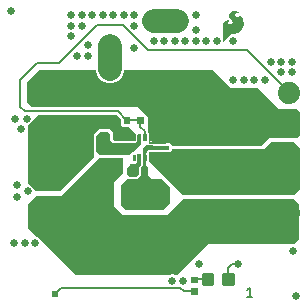
<source format=gtl>
G04 EAGLE Gerber RS-274X export*
G75*
%MOMM*%
%FSLAX34Y34*%
%LPD*%
%INTop Copper*%
%IPPOS*%
%AMOC8*
5,1,8,0,0,1.08239X$1,22.5*%
G01*
%ADD10C,0.127000*%
%ADD11C,0.635000*%
%ADD12R,2.032000X2.032000*%
%ADD13C,2.032000*%
%ADD14C,2.000000*%
%ADD15C,2.300000*%
%ADD16C,1.879600*%
%ADD17C,0.102000*%
%ADD18C,0.104000*%
%ADD19C,0.100000*%
%ADD20C,0.092500*%
%ADD21C,0.300000*%
%ADD22C,0.203200*%
%ADD23C,0.604000*%

G36*
X140520Y24389D02*
X140520Y24389D01*
X140551Y24387D01*
X140627Y24404D01*
X140771Y24425D01*
X140830Y24451D01*
X140878Y24462D01*
X141611Y24766D01*
X143885Y24766D01*
X144618Y24462D01*
X144648Y24454D01*
X144676Y24440D01*
X144753Y24427D01*
X144893Y24391D01*
X144958Y24393D01*
X145007Y24385D01*
X147320Y24385D01*
X147407Y24397D01*
X147494Y24400D01*
X147547Y24417D01*
X147602Y24425D01*
X147681Y24460D01*
X147765Y24487D01*
X147804Y24515D01*
X147861Y24541D01*
X147974Y24637D01*
X148038Y24682D01*
X173420Y50064D01*
X243526Y50064D01*
X243556Y50068D01*
X243587Y50066D01*
X243664Y50084D01*
X243807Y50104D01*
X243866Y50130D01*
X243914Y50141D01*
X243973Y50166D01*
X245491Y50166D01*
X245578Y50178D01*
X245665Y50181D01*
X245718Y50198D01*
X245772Y50206D01*
X245852Y50241D01*
X245936Y50268D01*
X245975Y50296D01*
X246032Y50322D01*
X246145Y50418D01*
X246209Y50463D01*
X250146Y54400D01*
X250198Y54470D01*
X250258Y54534D01*
X250284Y54583D01*
X250317Y54627D01*
X250348Y54709D01*
X250388Y54787D01*
X250396Y54835D01*
X250418Y54893D01*
X250430Y55041D01*
X250443Y55118D01*
X250443Y83312D01*
X250436Y83363D01*
X250437Y83386D01*
X250431Y83408D01*
X250428Y83486D01*
X250411Y83539D01*
X250403Y83593D01*
X250368Y83673D01*
X250341Y83757D01*
X250313Y83796D01*
X250287Y83853D01*
X250191Y83966D01*
X250146Y84030D01*
X245828Y88348D01*
X245758Y88400D01*
X245694Y88460D01*
X245645Y88486D01*
X245601Y88519D01*
X245519Y88550D01*
X245441Y88590D01*
X245394Y88598D01*
X245335Y88620D01*
X245187Y88632D01*
X245110Y88645D01*
X152400Y88645D01*
X152313Y88633D01*
X152226Y88630D01*
X152173Y88613D01*
X152119Y88605D01*
X152039Y88570D01*
X151955Y88543D01*
X151916Y88515D01*
X151859Y88489D01*
X151746Y88393D01*
X151682Y88348D01*
X138010Y74675D01*
X100751Y74675D01*
X93725Y81701D01*
X93725Y102450D01*
X101048Y109772D01*
X101100Y109842D01*
X101160Y109906D01*
X101186Y109955D01*
X101219Y109999D01*
X101250Y110081D01*
X101290Y110159D01*
X101298Y110207D01*
X101320Y110265D01*
X101332Y110413D01*
X101345Y110490D01*
X101345Y122199D01*
X101337Y122257D01*
X101339Y122316D01*
X101317Y122397D01*
X101305Y122481D01*
X101282Y122534D01*
X101267Y122591D01*
X101224Y122663D01*
X101189Y122740D01*
X101151Y122785D01*
X101122Y122835D01*
X101060Y122893D01*
X101006Y122957D01*
X100957Y122990D01*
X100914Y123030D01*
X100839Y123068D01*
X100769Y123115D01*
X100713Y123133D01*
X100661Y123159D01*
X100593Y123171D01*
X100498Y123201D01*
X100398Y123203D01*
X100330Y123215D01*
X81559Y123215D01*
X81473Y123202D01*
X81385Y123200D01*
X81333Y123183D01*
X81278Y123175D01*
X81198Y123139D01*
X81115Y123112D01*
X81076Y123084D01*
X81019Y123059D01*
X80905Y122963D01*
X80842Y122917D01*
X49110Y91185D01*
X27940Y91185D01*
X27853Y91173D01*
X27766Y91170D01*
X27713Y91153D01*
X27659Y91145D01*
X27579Y91110D01*
X27495Y91083D01*
X27456Y91055D01*
X27399Y91029D01*
X27286Y90933D01*
X27222Y90888D01*
X20872Y84538D01*
X20820Y84468D01*
X20760Y84404D01*
X20734Y84355D01*
X20701Y84311D01*
X20670Y84229D01*
X20630Y84151D01*
X20622Y84104D01*
X20600Y84045D01*
X20588Y83897D01*
X20575Y83820D01*
X20575Y64770D01*
X20587Y64683D01*
X20590Y64596D01*
X20607Y64543D01*
X20615Y64489D01*
X20650Y64409D01*
X20677Y64325D01*
X20705Y64286D01*
X20731Y64229D01*
X20827Y64116D01*
X20872Y64052D01*
X28691Y56233D01*
X28716Y56215D01*
X28736Y56191D01*
X28802Y56149D01*
X28918Y56062D01*
X28979Y56039D01*
X29020Y56013D01*
X29908Y55646D01*
X31516Y54038D01*
X31883Y53150D01*
X31899Y53124D01*
X31908Y53094D01*
X31954Y53030D01*
X32028Y52906D01*
X32074Y52861D01*
X32103Y52821D01*
X60242Y24682D01*
X60312Y24630D01*
X60376Y24570D01*
X60425Y24544D01*
X60469Y24511D01*
X60551Y24480D01*
X60629Y24440D01*
X60677Y24432D01*
X60735Y24410D01*
X60883Y24398D01*
X60960Y24385D01*
X140489Y24385D01*
X140520Y24389D01*
G37*
G36*
X218527Y133617D02*
X218527Y133617D01*
X218614Y133620D01*
X218667Y133637D01*
X218722Y133645D01*
X218801Y133680D01*
X218885Y133707D01*
X218924Y133735D01*
X218981Y133761D01*
X219094Y133857D01*
X219158Y133902D01*
X225211Y139955D01*
X247650Y139955D01*
X247737Y139967D01*
X247824Y139970D01*
X247877Y139987D01*
X247932Y139995D01*
X248011Y140030D01*
X248095Y140057D01*
X248134Y140085D01*
X248191Y140111D01*
X248304Y140207D01*
X248368Y140252D01*
X250654Y142538D01*
X250706Y142608D01*
X250766Y142672D01*
X250792Y142721D01*
X250825Y142765D01*
X250856Y142847D01*
X250896Y142925D01*
X250904Y142973D01*
X250926Y143031D01*
X250938Y143179D01*
X250951Y143256D01*
X250951Y161544D01*
X250939Y161631D01*
X250936Y161718D01*
X250919Y161771D01*
X250911Y161825D01*
X250876Y161905D01*
X250849Y161989D01*
X250821Y162028D01*
X250795Y162085D01*
X250699Y162198D01*
X250654Y162262D01*
X248368Y164548D01*
X248298Y164600D01*
X248234Y164660D01*
X248185Y164686D01*
X248141Y164719D01*
X248059Y164750D01*
X247981Y164790D01*
X247934Y164798D01*
X247875Y164820D01*
X247727Y164832D01*
X247650Y164845D01*
X232831Y164845D01*
X215348Y182328D01*
X215278Y182380D01*
X215214Y182440D01*
X215165Y182466D01*
X215121Y182499D01*
X215039Y182530D01*
X214961Y182570D01*
X214914Y182578D01*
X214855Y182600D01*
X214707Y182612D01*
X214630Y182625D01*
X192191Y182625D01*
X177248Y197568D01*
X177178Y197620D01*
X177114Y197680D01*
X177065Y197706D01*
X177021Y197739D01*
X176939Y197770D01*
X176861Y197810D01*
X176814Y197818D01*
X176755Y197840D01*
X176607Y197852D01*
X176530Y197865D01*
X103218Y197865D01*
X103160Y197857D01*
X103102Y197859D01*
X103020Y197837D01*
X102936Y197825D01*
X102883Y197802D01*
X102827Y197787D01*
X102754Y197744D01*
X102677Y197709D01*
X102632Y197671D01*
X102582Y197642D01*
X102524Y197580D01*
X102460Y197526D01*
X102428Y197477D01*
X102388Y197434D01*
X102349Y197359D01*
X102302Y197289D01*
X102285Y197233D01*
X102258Y197181D01*
X102247Y197113D01*
X102217Y197018D01*
X102214Y196918D01*
X102203Y196850D01*
X102203Y195887D01*
X100371Y191464D01*
X96986Y188079D01*
X92563Y186247D01*
X87777Y186247D01*
X83354Y188079D01*
X79969Y191464D01*
X78137Y195887D01*
X78137Y196850D01*
X78129Y196908D01*
X78131Y196966D01*
X78109Y197048D01*
X78097Y197132D01*
X78074Y197185D01*
X78059Y197241D01*
X78016Y197314D01*
X77981Y197391D01*
X77943Y197436D01*
X77914Y197486D01*
X77852Y197544D01*
X77798Y197608D01*
X77749Y197640D01*
X77706Y197680D01*
X77631Y197719D01*
X77561Y197766D01*
X77505Y197783D01*
X77453Y197810D01*
X77385Y197821D01*
X77290Y197851D01*
X77190Y197854D01*
X77122Y197865D01*
X30480Y197865D01*
X30393Y197853D01*
X30306Y197850D01*
X30253Y197833D01*
X30199Y197825D01*
X30119Y197790D01*
X30035Y197763D01*
X29996Y197735D01*
X29939Y197709D01*
X29826Y197613D01*
X29762Y197568D01*
X19882Y187687D01*
X19829Y187618D01*
X19769Y187554D01*
X19744Y187504D01*
X19711Y187460D01*
X19680Y187378D01*
X19640Y187300D01*
X19632Y187253D01*
X19609Y187194D01*
X19597Y187047D01*
X19584Y186969D01*
X19584Y170840D01*
X19596Y170754D01*
X19599Y170666D01*
X19616Y170614D01*
X19624Y170559D01*
X19660Y170479D01*
X19687Y170396D01*
X19715Y170357D01*
X19740Y170299D01*
X19836Y170186D01*
X19882Y170123D01*
X23666Y166338D01*
X23736Y166285D01*
X23800Y166225D01*
X23849Y166200D01*
X23893Y166167D01*
X23975Y166136D01*
X24053Y166096D01*
X24100Y166088D01*
X24159Y166066D01*
X24307Y166054D01*
X24384Y166041D01*
X113651Y166041D01*
X122581Y157110D01*
X122581Y144935D01*
X122593Y144849D01*
X122596Y144761D01*
X122613Y144709D01*
X122621Y144654D01*
X122657Y144574D01*
X122684Y144491D01*
X122712Y144452D01*
X122737Y144394D01*
X122833Y144281D01*
X122879Y144217D01*
X122973Y144123D01*
X122973Y140172D01*
X122985Y140085D01*
X122988Y139998D01*
X123005Y139945D01*
X123013Y139891D01*
X123048Y139811D01*
X123075Y139727D01*
X123103Y139688D01*
X123129Y139631D01*
X123225Y139518D01*
X123270Y139454D01*
X126314Y136410D01*
X126384Y136358D01*
X126448Y136298D01*
X126497Y136272D01*
X126541Y136239D01*
X126623Y136208D01*
X126701Y136168D01*
X126749Y136160D01*
X126807Y136138D01*
X126955Y136126D01*
X127032Y136113D01*
X140289Y136113D01*
X141773Y134629D01*
X141773Y134620D01*
X141781Y134562D01*
X141779Y134504D01*
X141801Y134422D01*
X141813Y134339D01*
X141836Y134285D01*
X141851Y134229D01*
X141894Y134156D01*
X141929Y134079D01*
X141967Y134034D01*
X141996Y133984D01*
X142058Y133926D01*
X142112Y133862D01*
X142161Y133830D01*
X142204Y133790D01*
X142279Y133751D01*
X142349Y133705D01*
X142405Y133687D01*
X142457Y133660D01*
X142525Y133649D01*
X142620Y133619D01*
X142720Y133616D01*
X142788Y133605D01*
X218440Y133605D01*
X218527Y133617D01*
G37*
G36*
X245197Y91707D02*
X245197Y91707D01*
X245284Y91710D01*
X245337Y91727D01*
X245392Y91735D01*
X245471Y91770D01*
X245555Y91797D01*
X245594Y91825D01*
X245651Y91851D01*
X245764Y91947D01*
X245828Y91992D01*
X250654Y96818D01*
X250706Y96888D01*
X250766Y96952D01*
X250792Y97001D01*
X250825Y97045D01*
X250856Y97127D01*
X250896Y97205D01*
X250904Y97253D01*
X250926Y97311D01*
X250938Y97459D01*
X250951Y97536D01*
X250951Y131064D01*
X250939Y131151D01*
X250936Y131238D01*
X250919Y131291D01*
X250911Y131345D01*
X250876Y131425D01*
X250849Y131509D01*
X250821Y131548D01*
X250795Y131605D01*
X250699Y131718D01*
X250654Y131782D01*
X245828Y136608D01*
X245758Y136660D01*
X245694Y136720D01*
X245645Y136746D01*
X245601Y136779D01*
X245519Y136810D01*
X245441Y136850D01*
X245394Y136858D01*
X245335Y136880D01*
X245187Y136892D01*
X245110Y136905D01*
X227330Y136905D01*
X227243Y136893D01*
X227156Y136890D01*
X227103Y136873D01*
X227049Y136865D01*
X226969Y136830D01*
X226885Y136803D01*
X226846Y136775D01*
X226789Y136749D01*
X226676Y136653D01*
X226612Y136608D01*
X220560Y130555D01*
X143510Y130555D01*
X143423Y130543D01*
X143336Y130540D01*
X143283Y130523D01*
X143229Y130515D01*
X143149Y130480D01*
X143065Y130453D01*
X143026Y130425D01*
X142969Y130399D01*
X142856Y130303D01*
X142792Y130258D01*
X141094Y128560D01*
X141062Y128559D01*
X141010Y128542D01*
X140955Y128534D01*
X140875Y128498D01*
X140792Y128472D01*
X140753Y128444D01*
X140695Y128418D01*
X140582Y128322D01*
X140518Y128277D01*
X140289Y128047D01*
X125439Y128047D01*
X125352Y128035D01*
X125265Y128032D01*
X125212Y128015D01*
X125157Y128007D01*
X125077Y127972D01*
X124994Y127945D01*
X124955Y127917D01*
X124898Y127891D01*
X124785Y127795D01*
X124721Y127750D01*
X123285Y126314D01*
X123232Y126244D01*
X123172Y126180D01*
X123147Y126131D01*
X123114Y126087D01*
X123083Y126005D01*
X123043Y125927D01*
X123035Y125880D01*
X123013Y125821D01*
X123001Y125673D01*
X122988Y125596D01*
X122988Y121107D01*
X122995Y121054D01*
X122994Y121021D01*
X123001Y120996D01*
X123003Y120933D01*
X123020Y120881D01*
X123027Y120826D01*
X123063Y120746D01*
X123090Y120663D01*
X123118Y120623D01*
X123144Y120566D01*
X123240Y120453D01*
X123285Y120389D01*
X151682Y91992D01*
X151752Y91940D01*
X151816Y91880D01*
X151865Y91854D01*
X151909Y91821D01*
X151991Y91790D01*
X152069Y91750D01*
X152117Y91742D01*
X152175Y91720D01*
X152323Y91708D01*
X152400Y91695D01*
X245110Y91695D01*
X245197Y91707D01*
G37*
G36*
X47534Y94831D02*
X47534Y94831D01*
X47621Y94834D01*
X47674Y94851D01*
X47729Y94859D01*
X47809Y94895D01*
X47892Y94921D01*
X47931Y94949D01*
X47988Y94975D01*
X48101Y95071D01*
X48165Y95116D01*
X75927Y122879D01*
X75980Y122948D01*
X76040Y123012D01*
X76065Y123062D01*
X76098Y123106D01*
X76129Y123187D01*
X76169Y123265D01*
X76177Y123313D01*
X76199Y123371D01*
X76212Y123519D01*
X76225Y123596D01*
X76225Y143369D01*
X80430Y147575D01*
X89750Y147575D01*
X92431Y144893D01*
X92431Y139573D01*
X92444Y139486D01*
X92446Y139399D01*
X92463Y139346D01*
X92471Y139292D01*
X92507Y139212D01*
X92534Y139128D01*
X92562Y139089D01*
X92587Y139032D01*
X92683Y138919D01*
X92729Y138855D01*
X93719Y137865D01*
X93789Y137812D01*
X93853Y137752D01*
X93902Y137727D01*
X93947Y137694D01*
X94028Y137663D01*
X94106Y137623D01*
X94154Y137615D01*
X94212Y137592D01*
X94360Y137580D01*
X94437Y137567D01*
X110392Y137567D01*
X110450Y137575D01*
X110508Y137574D01*
X110590Y137595D01*
X110674Y137607D01*
X110727Y137631D01*
X110783Y137646D01*
X110856Y137689D01*
X110933Y137723D01*
X110978Y137761D01*
X111028Y137791D01*
X111086Y137852D01*
X111150Y137907D01*
X111182Y137956D01*
X111222Y137998D01*
X111261Y138073D01*
X111308Y138144D01*
X111325Y138199D01*
X111352Y138251D01*
X111363Y138319D01*
X111393Y138415D01*
X111396Y138514D01*
X111407Y138582D01*
X111407Y143837D01*
X111395Y143923D01*
X111392Y144011D01*
X111375Y144063D01*
X111367Y144118D01*
X111332Y144198D01*
X111305Y144281D01*
X111277Y144320D01*
X111251Y144377D01*
X111155Y144491D01*
X111110Y144554D01*
X106357Y149308D01*
X106287Y149360D01*
X106223Y149420D01*
X106174Y149446D01*
X106129Y149479D01*
X106048Y149510D01*
X105970Y149550D01*
X105922Y149558D01*
X105864Y149580D01*
X105716Y149592D01*
X105639Y149605D01*
X100751Y149605D01*
X99947Y150408D01*
X99945Y150412D01*
X99919Y150469D01*
X99823Y150582D01*
X99778Y150646D01*
X99027Y151397D01*
X99027Y155744D01*
X99019Y155800D01*
X99021Y155850D01*
X99014Y155877D01*
X99012Y155918D01*
X98995Y155970D01*
X98987Y156025D01*
X98958Y156092D01*
X98949Y156125D01*
X98941Y156139D01*
X98925Y156188D01*
X98897Y156227D01*
X98871Y156284D01*
X98814Y156352D01*
X98804Y156370D01*
X98781Y156391D01*
X98775Y156398D01*
X98730Y156461D01*
X95977Y159214D01*
X95908Y159266D01*
X95844Y159326D01*
X95794Y159352D01*
X95750Y159385D01*
X95669Y159416D01*
X95591Y159456D01*
X95543Y159464D01*
X95485Y159486D01*
X95337Y159498D01*
X95260Y159511D01*
X30226Y159511D01*
X30139Y159499D01*
X30052Y159496D01*
X29999Y159479D01*
X29945Y159471D01*
X29865Y159436D01*
X29781Y159409D01*
X29742Y159381D01*
X29685Y159355D01*
X29572Y159259D01*
X29508Y159214D01*
X20872Y150578D01*
X20820Y150508D01*
X20760Y150444D01*
X20734Y150395D01*
X20701Y150351D01*
X20670Y150269D01*
X20630Y150191D01*
X20622Y150144D01*
X20600Y150085D01*
X20588Y149937D01*
X20575Y149860D01*
X20575Y102362D01*
X20587Y102275D01*
X20590Y102188D01*
X20607Y102135D01*
X20615Y102081D01*
X20650Y102001D01*
X20677Y101917D01*
X20705Y101878D01*
X20731Y101821D01*
X20827Y101708D01*
X20872Y101644D01*
X27400Y95116D01*
X27470Y95064D01*
X27534Y95004D01*
X27583Y94979D01*
X27627Y94945D01*
X27709Y94914D01*
X27787Y94874D01*
X27834Y94866D01*
X27893Y94844D01*
X28040Y94832D01*
X28118Y94819D01*
X47447Y94819D01*
X47534Y94831D01*
G37*
G36*
X134707Y79007D02*
X134707Y79007D01*
X134794Y79010D01*
X134847Y79027D01*
X134902Y79035D01*
X134981Y79070D01*
X135065Y79097D01*
X135104Y79125D01*
X135161Y79151D01*
X135274Y79247D01*
X135338Y79292D01*
X140418Y84372D01*
X140434Y84394D01*
X140454Y84411D01*
X140486Y84459D01*
X140530Y84506D01*
X140556Y84555D01*
X140589Y84599D01*
X140601Y84631D01*
X140612Y84647D01*
X140626Y84694D01*
X140660Y84759D01*
X140668Y84807D01*
X140690Y84865D01*
X140693Y84905D01*
X140698Y84918D01*
X140699Y84972D01*
X140702Y85013D01*
X140715Y85090D01*
X140715Y98400D01*
X140703Y98486D01*
X140700Y98574D01*
X140683Y98626D01*
X140675Y98681D01*
X140640Y98761D01*
X140613Y98844D01*
X140585Y98883D01*
X140559Y98941D01*
X140463Y99054D01*
X140418Y99117D01*
X134677Y104858D01*
X134608Y104910D01*
X134544Y104970D01*
X134494Y104996D01*
X134450Y105029D01*
X134369Y105060D01*
X134291Y105100D01*
X134243Y105108D01*
X134185Y105130D01*
X134037Y105142D01*
X133960Y105155D01*
X125947Y105155D01*
X122326Y108777D01*
X122326Y114910D01*
X122313Y114996D01*
X122311Y115084D01*
X122294Y115136D01*
X122286Y115191D01*
X122250Y115271D01*
X122223Y115354D01*
X122195Y115393D01*
X122170Y115451D01*
X122074Y115564D01*
X122028Y115627D01*
X120954Y116702D01*
X120954Y126878D01*
X120984Y126910D01*
X121010Y126960D01*
X121043Y127004D01*
X121074Y127086D01*
X121114Y127164D01*
X121122Y127211D01*
X121144Y127270D01*
X121156Y127417D01*
X121169Y127495D01*
X121169Y128802D01*
X122218Y129851D01*
X123525Y129851D01*
X123612Y129863D01*
X123699Y129866D01*
X123752Y129883D01*
X123807Y129891D01*
X123887Y129926D01*
X123970Y129953D01*
X124009Y129981D01*
X124066Y130007D01*
X124176Y130100D01*
X127298Y130100D01*
X127327Y130104D01*
X127356Y130101D01*
X127467Y130124D01*
X127579Y130139D01*
X127606Y130151D01*
X127635Y130157D01*
X127736Y130209D01*
X127839Y130256D01*
X127861Y130275D01*
X127887Y130288D01*
X127969Y130366D01*
X128056Y130439D01*
X128072Y130464D01*
X128093Y130484D01*
X128150Y130581D01*
X128213Y130676D01*
X128222Y130704D01*
X128237Y130729D01*
X128265Y130839D01*
X128299Y130947D01*
X128300Y130976D01*
X128307Y131005D01*
X128304Y131118D01*
X128306Y131231D01*
X128299Y131260D01*
X128298Y131289D01*
X128263Y131397D01*
X128235Y131506D01*
X128220Y131531D01*
X128211Y131559D01*
X128165Y131623D01*
X128089Y131751D01*
X128044Y131793D01*
X128016Y131833D01*
X126194Y133654D01*
X126111Y133738D01*
X126041Y133790D01*
X125977Y133850D01*
X125928Y133875D01*
X125884Y133909D01*
X125802Y133940D01*
X125724Y133980D01*
X125676Y133988D01*
X125618Y134010D01*
X125470Y134022D01*
X125393Y134035D01*
X121590Y134035D01*
X121503Y134023D01*
X121416Y134020D01*
X121363Y134003D01*
X121308Y133995D01*
X121229Y133959D01*
X121145Y133933D01*
X121106Y133905D01*
X121049Y133879D01*
X120936Y133783D01*
X120872Y133738D01*
X118281Y131147D01*
X118229Y131077D01*
X118169Y131013D01*
X118143Y130964D01*
X118110Y130920D01*
X118079Y130838D01*
X118039Y130760D01*
X118031Y130713D01*
X118009Y130654D01*
X117997Y130506D01*
X117984Y130429D01*
X117984Y116880D01*
X116605Y115500D01*
X116552Y115431D01*
X116492Y115367D01*
X116467Y115317D01*
X116434Y115273D01*
X116403Y115192D01*
X116363Y115114D01*
X116355Y115066D01*
X116333Y115008D01*
X116320Y114860D01*
X116307Y114783D01*
X116307Y108498D01*
X112965Y105155D01*
X104800Y105155D01*
X104714Y105143D01*
X104626Y105140D01*
X104574Y105123D01*
X104519Y105115D01*
X104439Y105080D01*
X104356Y105053D01*
X104317Y105025D01*
X104259Y104999D01*
X104146Y104903D01*
X104083Y104858D01*
X99612Y100388D01*
X99560Y100318D01*
X99500Y100254D01*
X99474Y100204D01*
X99441Y100160D01*
X99410Y100079D01*
X99370Y100001D01*
X99362Y99953D01*
X99340Y99895D01*
X99328Y99747D01*
X99315Y99670D01*
X99315Y83820D01*
X99327Y83733D01*
X99330Y83646D01*
X99347Y83593D01*
X99355Y83539D01*
X99390Y83459D01*
X99417Y83375D01*
X99445Y83336D01*
X99471Y83279D01*
X99567Y83166D01*
X99612Y83102D01*
X103422Y79292D01*
X103492Y79240D01*
X103556Y79180D01*
X103605Y79154D01*
X103649Y79121D01*
X103731Y79090D01*
X103809Y79050D01*
X103857Y79042D01*
X103915Y79020D01*
X104063Y79008D01*
X104140Y78995D01*
X134620Y78995D01*
X134707Y79007D01*
G37*
G36*
X106712Y125993D02*
X106712Y125993D01*
X106770Y125991D01*
X106852Y126013D01*
X106936Y126025D01*
X106989Y126049D01*
X107045Y126063D01*
X107118Y126106D01*
X107195Y126141D01*
X107240Y126179D01*
X107290Y126209D01*
X107348Y126270D01*
X107412Y126325D01*
X107444Y126373D01*
X107484Y126416D01*
X107523Y126491D01*
X107570Y126561D01*
X107587Y126617D01*
X107614Y126669D01*
X107625Y126737D01*
X107637Y126776D01*
X108731Y127869D01*
X108773Y127883D01*
X108827Y127891D01*
X108907Y127926D01*
X108991Y127953D01*
X109030Y127981D01*
X109087Y128007D01*
X109200Y128103D01*
X109264Y128148D01*
X116288Y135172D01*
X116340Y135242D01*
X116400Y135306D01*
X116426Y135355D01*
X116459Y135399D01*
X116490Y135481D01*
X116530Y135559D01*
X116538Y135607D01*
X116560Y135665D01*
X116572Y135813D01*
X116585Y135890D01*
X116585Y142240D01*
X116577Y142296D01*
X116579Y142345D01*
X116578Y142346D01*
X116579Y142356D01*
X116557Y142438D01*
X116545Y142522D01*
X116522Y142575D01*
X116507Y142631D01*
X116464Y142704D01*
X116429Y142781D01*
X116391Y142826D01*
X116362Y142876D01*
X116300Y142934D01*
X116246Y142998D01*
X116197Y143030D01*
X116154Y143070D01*
X116079Y143109D01*
X116009Y143156D01*
X115953Y143173D01*
X115901Y143200D01*
X115833Y143211D01*
X115738Y143241D01*
X115638Y143244D01*
X115570Y143255D01*
X114300Y143255D01*
X114242Y143247D01*
X114184Y143249D01*
X114102Y143227D01*
X114019Y143215D01*
X113965Y143192D01*
X113909Y143177D01*
X113836Y143134D01*
X113759Y143099D01*
X113714Y143061D01*
X113664Y143032D01*
X113606Y142970D01*
X113542Y142916D01*
X113510Y142867D01*
X113470Y142824D01*
X113431Y142749D01*
X113385Y142679D01*
X113367Y142623D01*
X113340Y142571D01*
X113329Y142503D01*
X113299Y142408D01*
X113296Y142308D01*
X113285Y142240D01*
X113285Y137453D01*
X113266Y137417D01*
X113264Y137406D01*
X112108Y136249D01*
X112073Y136234D01*
X111989Y136207D01*
X111950Y136179D01*
X111893Y136153D01*
X111780Y136057D01*
X111716Y136012D01*
X111441Y135737D01*
X93029Y135737D01*
X90144Y138622D01*
X90144Y142443D01*
X90132Y142530D01*
X90129Y142617D01*
X90112Y142670D01*
X90104Y142725D01*
X90068Y142805D01*
X90041Y142888D01*
X90013Y142927D01*
X89988Y142984D01*
X89892Y143097D01*
X89846Y143161D01*
X88170Y144837D01*
X88100Y144890D01*
X88036Y144950D01*
X87987Y144975D01*
X87943Y145008D01*
X87861Y145040D01*
X87783Y145079D01*
X87736Y145087D01*
X87677Y145110D01*
X87530Y145122D01*
X87452Y145135D01*
X82448Y145135D01*
X82362Y145123D01*
X82274Y145120D01*
X82222Y145103D01*
X82167Y145095D01*
X82087Y145059D01*
X82004Y145032D01*
X81965Y145004D01*
X81908Y144979D01*
X81794Y144883D01*
X81731Y144837D01*
X78962Y142069D01*
X78909Y141999D01*
X78849Y141935D01*
X78824Y141886D01*
X78791Y141842D01*
X78760Y141760D01*
X78720Y141682D01*
X78712Y141635D01*
X78690Y141576D01*
X78678Y141428D01*
X78665Y141351D01*
X78665Y128600D01*
X78677Y128514D01*
X78680Y128426D01*
X78697Y128374D01*
X78704Y128319D01*
X78740Y128239D01*
X78767Y128156D01*
X78795Y128116D01*
X78821Y128059D01*
X78917Y127946D01*
X78962Y127882D01*
X80562Y126282D01*
X80632Y126230D01*
X80696Y126170D01*
X80745Y126144D01*
X80789Y126111D01*
X80871Y126080D01*
X80949Y126040D01*
X80997Y126032D01*
X81055Y126010D01*
X81203Y125998D01*
X81280Y125985D01*
X106654Y125985D01*
X106712Y125993D01*
G37*
G36*
X186119Y221671D02*
X186119Y221671D01*
X186181Y221673D01*
X186203Y221686D01*
X186229Y221690D01*
X186300Y221738D01*
X186333Y221756D01*
X186339Y221764D01*
X186349Y221771D01*
X186849Y222271D01*
X186868Y222302D01*
X186906Y222344D01*
X187182Y222804D01*
X187649Y223271D01*
X187657Y223284D01*
X187672Y223297D01*
X188161Y223883D01*
X189349Y225071D01*
X189356Y225082D01*
X189369Y225093D01*
X190559Y226482D01*
X191516Y227438D01*
X192414Y227977D01*
X192911Y228060D01*
X194780Y228060D01*
X194806Y228066D01*
X194843Y228065D01*
X196043Y228265D01*
X196058Y228272D01*
X196080Y228273D01*
X197180Y228573D01*
X197197Y228582D01*
X197221Y228587D01*
X198221Y228987D01*
X198243Y229002D01*
X198276Y229014D01*
X199276Y229614D01*
X199296Y229634D01*
X199330Y229654D01*
X200130Y230354D01*
X200137Y230363D01*
X200149Y230371D01*
X200949Y231171D01*
X200960Y231189D01*
X200980Y231207D01*
X201680Y232107D01*
X201691Y232130D01*
X201712Y232155D01*
X202712Y233955D01*
X202723Y233991D01*
X202748Y234043D01*
X203248Y235943D01*
X203249Y235975D01*
X203260Y236018D01*
X203360Y237718D01*
X203353Y237754D01*
X203354Y237810D01*
X203054Y239410D01*
X203045Y239431D01*
X203041Y239460D01*
X202541Y240960D01*
X202522Y240991D01*
X202501Y241044D01*
X201801Y242144D01*
X201782Y242163D01*
X201764Y242193D01*
X201539Y242446D01*
X201201Y242826D01*
X200964Y243093D01*
X200932Y243115D01*
X200882Y243162D01*
X200082Y243662D01*
X200052Y243673D01*
X200032Y243687D01*
X199997Y243693D01*
X199952Y243713D01*
X199935Y243713D01*
X199918Y243718D01*
X199886Y243714D01*
X199880Y243714D01*
X199872Y243712D01*
X199849Y243709D01*
X199779Y243707D01*
X199764Y243698D01*
X199746Y243696D01*
X199716Y243676D01*
X199711Y243675D01*
X199697Y243663D01*
X199688Y243657D01*
X199627Y243624D01*
X199617Y243609D01*
X199602Y243599D01*
X199586Y243571D01*
X199578Y243565D01*
X199564Y243534D01*
X199527Y243482D01*
X199524Y243463D01*
X199516Y243449D01*
X199514Y243423D01*
X199507Y243406D01*
X199508Y243381D01*
X199500Y243340D01*
X199500Y242502D01*
X199428Y242286D01*
X199368Y242165D01*
X199175Y241972D01*
X199018Y241920D01*
X198827Y241920D01*
X198113Y242099D01*
X197771Y242270D01*
X197500Y242451D01*
X197130Y242728D01*
X196576Y243282D01*
X196233Y243796D01*
X196160Y244087D01*
X196160Y244578D01*
X196232Y244794D01*
X196310Y244949D01*
X196460Y245175D01*
X196781Y245415D01*
X197104Y245577D01*
X197555Y245667D01*
X197562Y245671D01*
X197572Y245671D01*
X197927Y245760D01*
X198390Y245760D01*
X198510Y245700D01*
X198525Y245696D01*
X198538Y245687D01*
X198672Y245661D01*
X198679Y245660D01*
X198680Y245660D01*
X198780Y245660D01*
X198805Y245666D01*
X198831Y245663D01*
X198889Y245685D01*
X198949Y245699D01*
X198969Y245716D01*
X198993Y245725D01*
X199035Y245770D01*
X199082Y245809D01*
X199093Y245833D01*
X199110Y245852D01*
X199128Y245911D01*
X199153Y245968D01*
X199152Y245993D01*
X199160Y246018D01*
X199149Y246079D01*
X199147Y246141D01*
X199134Y246163D01*
X199130Y246189D01*
X199082Y246260D01*
X199064Y246293D01*
X199056Y246299D01*
X199049Y246309D01*
X198949Y246409D01*
X198929Y246421D01*
X198908Y246444D01*
X198508Y246744D01*
X198482Y246756D01*
X198450Y246780D01*
X197050Y247480D01*
X197038Y247483D01*
X197029Y247489D01*
X197000Y247495D01*
X196963Y247511D01*
X196063Y247711D01*
X196029Y247711D01*
X195980Y247720D01*
X194980Y247720D01*
X194952Y247714D01*
X194912Y247714D01*
X193812Y247514D01*
X193777Y247499D01*
X193720Y247481D01*
X193705Y247477D01*
X193702Y247475D01*
X193698Y247474D01*
X192598Y246874D01*
X192578Y246856D01*
X192547Y246840D01*
X191647Y246140D01*
X191627Y246116D01*
X191558Y246042D01*
X191058Y245242D01*
X191046Y245208D01*
X191019Y245160D01*
X190719Y244260D01*
X190716Y244223D01*
X190700Y244140D01*
X190700Y243340D01*
X190707Y243307D01*
X190709Y243258D01*
X190909Y242358D01*
X190926Y242322D01*
X190948Y242255D01*
X191448Y241355D01*
X191470Y241331D01*
X191494Y241290D01*
X192194Y240490D01*
X192195Y240489D01*
X192196Y240487D01*
X192996Y239587D01*
X193004Y239582D01*
X193011Y239571D01*
X193653Y238929D01*
X193900Y238271D01*
X193900Y237702D01*
X193741Y237225D01*
X193420Y236824D01*
X192924Y236493D01*
X192233Y236320D01*
X191518Y236320D01*
X191089Y236406D01*
X190694Y236564D01*
X190176Y237082D01*
X190025Y237309D01*
X189960Y237502D01*
X189960Y237778D01*
X190012Y237935D01*
X190485Y238408D01*
X190700Y238479D01*
X190720Y238492D01*
X190750Y238500D01*
X191150Y238700D01*
X191179Y238724D01*
X191249Y238771D01*
X191349Y238871D01*
X191362Y238892D01*
X191381Y238908D01*
X191407Y238965D01*
X191440Y239018D01*
X191443Y239043D01*
X191453Y239066D01*
X191451Y239129D01*
X191457Y239191D01*
X191448Y239214D01*
X191447Y239239D01*
X191417Y239294D01*
X191395Y239353D01*
X191377Y239370D01*
X191365Y239392D01*
X191295Y239446D01*
X191268Y239470D01*
X191259Y239473D01*
X191250Y239480D01*
X190850Y239680D01*
X190835Y239684D01*
X190822Y239693D01*
X190688Y239719D01*
X190682Y239720D01*
X190681Y239720D01*
X190680Y239720D01*
X189480Y239720D01*
X189454Y239714D01*
X189418Y239715D01*
X188818Y239615D01*
X188812Y239613D01*
X188805Y239613D01*
X188305Y239513D01*
X188279Y239501D01*
X188239Y239493D01*
X187739Y239293D01*
X187708Y239271D01*
X187652Y239244D01*
X187252Y238944D01*
X187248Y238940D01*
X187242Y238937D01*
X186742Y238537D01*
X186725Y238514D01*
X186654Y238436D01*
X186054Y237436D01*
X186042Y237400D01*
X186014Y237344D01*
X185814Y236644D01*
X185813Y236619D01*
X185803Y236587D01*
X185703Y235787D01*
X185705Y235766D01*
X185700Y235740D01*
X185700Y222040D01*
X185706Y222015D01*
X185703Y221989D01*
X185725Y221932D01*
X185739Y221871D01*
X185756Y221851D01*
X185765Y221827D01*
X185810Y221785D01*
X185849Y221738D01*
X185873Y221727D01*
X185892Y221710D01*
X185951Y221692D01*
X186008Y221667D01*
X186033Y221668D01*
X186058Y221660D01*
X186119Y221671D01*
G37*
G36*
X111847Y106947D02*
X111847Y106947D01*
X111934Y106950D01*
X111987Y106967D01*
X112042Y106975D01*
X112121Y107010D01*
X112205Y107037D01*
X112244Y107065D01*
X112301Y107091D01*
X112414Y107187D01*
X112478Y107232D01*
X114732Y109486D01*
X114784Y109556D01*
X114844Y109620D01*
X114870Y109669D01*
X114903Y109713D01*
X114934Y109795D01*
X114974Y109873D01*
X114982Y109921D01*
X115004Y109979D01*
X115016Y110127D01*
X115029Y110204D01*
X115029Y115375D01*
X115036Y115415D01*
X115036Y115730D01*
X116288Y116982D01*
X116340Y117052D01*
X116400Y117116D01*
X116426Y117165D01*
X116459Y117209D01*
X116490Y117291D01*
X116530Y117369D01*
X116538Y117416D01*
X116560Y117475D01*
X116572Y117622D01*
X116585Y117700D01*
X116585Y125730D01*
X116577Y125788D01*
X116579Y125846D01*
X116557Y125928D01*
X116545Y126012D01*
X116522Y126065D01*
X116507Y126121D01*
X116464Y126194D01*
X116429Y126271D01*
X116391Y126316D01*
X116362Y126366D01*
X116300Y126424D01*
X116246Y126488D01*
X116197Y126520D01*
X116154Y126560D01*
X116079Y126599D01*
X116009Y126646D01*
X115953Y126663D01*
X115901Y126690D01*
X115833Y126701D01*
X115738Y126731D01*
X115638Y126734D01*
X115570Y126745D01*
X114300Y126745D01*
X114242Y126737D01*
X114184Y126739D01*
X114102Y126717D01*
X114019Y126705D01*
X113965Y126682D01*
X113909Y126667D01*
X113836Y126624D01*
X113759Y126589D01*
X113714Y126551D01*
X113664Y126522D01*
X113606Y126460D01*
X113542Y126406D01*
X113510Y126357D01*
X113470Y126314D01*
X113431Y126239D01*
X113385Y126169D01*
X113367Y126113D01*
X113340Y126061D01*
X113329Y125993D01*
X113299Y125898D01*
X113296Y125798D01*
X113285Y125730D01*
X113285Y119801D01*
X111340Y117855D01*
X107950Y117855D01*
X107863Y117843D01*
X107776Y117840D01*
X107723Y117823D01*
X107669Y117815D01*
X107589Y117780D01*
X107505Y117753D01*
X107466Y117725D01*
X107409Y117699D01*
X107296Y117603D01*
X107232Y117558D01*
X104692Y115018D01*
X104640Y114948D01*
X104580Y114884D01*
X104554Y114835D01*
X104521Y114791D01*
X104490Y114709D01*
X104450Y114631D01*
X104442Y114584D01*
X104420Y114525D01*
X104408Y114377D01*
X104395Y114300D01*
X104395Y110490D01*
X104407Y110403D01*
X104410Y110316D01*
X104427Y110263D01*
X104435Y110209D01*
X104470Y110129D01*
X104497Y110045D01*
X104525Y110006D01*
X104551Y109949D01*
X104647Y109836D01*
X104692Y109772D01*
X107232Y107232D01*
X107302Y107180D01*
X107366Y107120D01*
X107415Y107094D01*
X107459Y107061D01*
X107541Y107030D01*
X107619Y106990D01*
X107667Y106982D01*
X107725Y106960D01*
X107873Y106948D01*
X107950Y106935D01*
X111760Y106935D01*
X111847Y106947D01*
G37*
D10*
X206375Y11642D02*
X208492Y13335D01*
X208492Y5715D01*
X210608Y5715D02*
X206375Y5715D01*
D11*
X247650Y6350D03*
X6350Y247650D03*
D12*
X36830Y177800D03*
D13*
X36830Y142800D03*
X36830Y107800D03*
X36830Y72800D03*
D14*
X127160Y238760D02*
X147160Y238760D01*
X90170Y218280D02*
X90170Y198280D01*
D15*
X125660Y179070D02*
X148660Y179070D01*
D16*
X241300Y177800D03*
X241300Y152400D03*
X241300Y127000D03*
X241300Y101600D03*
X241300Y76200D03*
D17*
X98803Y143460D02*
X93823Y143460D01*
X98803Y143460D02*
X98803Y138480D01*
X93823Y138480D01*
X93823Y143460D01*
X93823Y139449D02*
X98803Y139449D01*
X98803Y140418D02*
X93823Y140418D01*
X93823Y141387D02*
X98803Y141387D01*
X98803Y142356D02*
X93823Y142356D01*
X93823Y143325D02*
X98803Y143325D01*
X88803Y143460D02*
X83823Y143460D01*
X88803Y143460D02*
X88803Y138480D01*
X83823Y138480D01*
X83823Y143460D01*
X83823Y139449D02*
X88803Y139449D01*
X88803Y140418D02*
X83823Y140418D01*
X83823Y141387D02*
X88803Y141387D01*
X88803Y142356D02*
X83823Y142356D01*
X83823Y143325D02*
X88803Y143325D01*
D18*
X122960Y143060D02*
X136920Y143060D01*
X136920Y136100D01*
X122960Y136100D01*
X122960Y143060D01*
X122960Y137088D02*
X136920Y137088D01*
X136920Y138076D02*
X122960Y138076D01*
X122960Y139064D02*
X136920Y139064D01*
X136920Y140052D02*
X122960Y140052D01*
X122960Y141040D02*
X136920Y141040D01*
X136920Y142028D02*
X122960Y142028D01*
X122960Y143016D02*
X136920Y143016D01*
X136920Y128060D02*
X122960Y128060D01*
X136920Y128060D02*
X136920Y121100D01*
X122960Y121100D01*
X122960Y128060D01*
X122960Y122088D02*
X136920Y122088D01*
X136920Y123076D02*
X122960Y123076D01*
X122960Y124064D02*
X136920Y124064D01*
X136920Y125052D02*
X122960Y125052D01*
X122960Y126040D02*
X136920Y126040D01*
X136920Y127028D02*
X122960Y127028D01*
X122960Y128016D02*
X136920Y128016D01*
D19*
X139240Y133580D02*
X122940Y133580D01*
X139240Y133580D02*
X139240Y130580D01*
X122940Y130580D01*
X122940Y133580D01*
X122940Y131530D02*
X139240Y131530D01*
X139240Y132480D02*
X122940Y132480D01*
X122940Y133430D02*
X139240Y133430D01*
D17*
X120430Y143070D02*
X118450Y143070D01*
X120430Y143070D02*
X120430Y138090D01*
X118450Y138090D01*
X118450Y143070D01*
X118450Y139059D02*
X120430Y139059D01*
X120430Y140028D02*
X118450Y140028D01*
X118450Y140997D02*
X120430Y140997D01*
X120430Y141966D02*
X118450Y141966D01*
X118450Y142935D02*
X120430Y142935D01*
X115930Y143070D02*
X113950Y143070D01*
X115930Y143070D02*
X115930Y138090D01*
X113950Y138090D01*
X113950Y143070D01*
X113950Y139059D02*
X115930Y139059D01*
X115930Y140028D02*
X113950Y140028D01*
X113950Y140997D02*
X115930Y140997D01*
X115930Y141966D02*
X113950Y141966D01*
X113950Y142935D02*
X115930Y142935D01*
X111430Y143070D02*
X109450Y143070D01*
X111430Y143070D02*
X111430Y138090D01*
X109450Y138090D01*
X109450Y143070D01*
X109450Y139059D02*
X111430Y139059D01*
X111430Y140028D02*
X109450Y140028D01*
X109450Y140997D02*
X111430Y140997D01*
X111430Y141966D02*
X109450Y141966D01*
X109450Y142935D02*
X111430Y142935D01*
X111430Y121090D02*
X109450Y121090D01*
X109450Y126070D01*
X111430Y126070D01*
X111430Y121090D01*
X111430Y122059D02*
X109450Y122059D01*
X109450Y123028D02*
X111430Y123028D01*
X111430Y123997D02*
X109450Y123997D01*
X109450Y124966D02*
X111430Y124966D01*
X111430Y125935D02*
X109450Y125935D01*
X113950Y121090D02*
X115930Y121090D01*
X113950Y121090D02*
X113950Y126070D01*
X115930Y126070D01*
X115930Y121090D01*
X115930Y122059D02*
X113950Y122059D01*
X113950Y123028D02*
X115930Y123028D01*
X115930Y123997D02*
X113950Y123997D01*
X113950Y124966D02*
X115930Y124966D01*
X115930Y125935D02*
X113950Y125935D01*
X118450Y121090D02*
X120430Y121090D01*
X118450Y121090D02*
X118450Y126070D01*
X120430Y126070D01*
X120430Y121090D01*
X120430Y122059D02*
X118450Y122059D01*
X118450Y123028D02*
X120430Y123028D01*
X120430Y123997D02*
X118450Y123997D01*
X118450Y124966D02*
X120430Y124966D01*
X120430Y125935D02*
X118450Y125935D01*
X95300Y127732D02*
X95300Y132712D01*
X100280Y132712D01*
X100280Y127732D01*
X95300Y127732D01*
X95300Y128701D02*
X100280Y128701D01*
X100280Y129670D02*
X95300Y129670D01*
X95300Y130639D02*
X100280Y130639D01*
X100280Y131608D02*
X95300Y131608D01*
X95300Y132577D02*
X100280Y132577D01*
X95300Y122712D02*
X95300Y117732D01*
X95300Y122712D02*
X100280Y122712D01*
X100280Y117732D01*
X95300Y117732D01*
X95300Y118701D02*
X100280Y118701D01*
X100280Y119670D02*
X95300Y119670D01*
X95300Y120639D02*
X100280Y120639D01*
X100280Y121608D02*
X95300Y121608D01*
X95300Y122577D02*
X100280Y122577D01*
X86310Y122712D02*
X86310Y117732D01*
X81330Y117732D01*
X81330Y122712D01*
X86310Y122712D01*
X86310Y118701D02*
X81330Y118701D01*
X81330Y119670D02*
X86310Y119670D01*
X86310Y120639D02*
X81330Y120639D01*
X81330Y121608D02*
X86310Y121608D01*
X86310Y122577D02*
X81330Y122577D01*
X86310Y127732D02*
X86310Y132712D01*
X86310Y127732D02*
X81330Y127732D01*
X81330Y132712D01*
X86310Y132712D01*
X86310Y128701D02*
X81330Y128701D01*
X81330Y129670D02*
X86310Y129670D01*
X86310Y130639D02*
X81330Y130639D01*
X81330Y131608D02*
X86310Y131608D01*
X86310Y132577D02*
X81330Y132577D01*
D20*
X102342Y101308D02*
X102342Y83732D01*
X102342Y101308D02*
X136418Y101308D01*
X136418Y83732D01*
X102342Y83732D01*
X102342Y84611D02*
X136418Y84611D01*
X136418Y85490D02*
X102342Y85490D01*
X102342Y86369D02*
X136418Y86369D01*
X136418Y87248D02*
X102342Y87248D01*
X102342Y88127D02*
X136418Y88127D01*
X136418Y89006D02*
X102342Y89006D01*
X102342Y89885D02*
X136418Y89885D01*
X136418Y90764D02*
X102342Y90764D01*
X102342Y91643D02*
X136418Y91643D01*
X136418Y92522D02*
X102342Y92522D01*
X102342Y93401D02*
X136418Y93401D01*
X136418Y94280D02*
X102342Y94280D01*
X102342Y95159D02*
X136418Y95159D01*
X136418Y96038D02*
X102342Y96038D01*
X102342Y96917D02*
X136418Y96917D01*
X136418Y97796D02*
X102342Y97796D01*
X102342Y98675D02*
X136418Y98675D01*
X136418Y99554D02*
X102342Y99554D01*
X102342Y100433D02*
X136418Y100433D01*
X102342Y45808D02*
X102342Y28232D01*
X102342Y45808D02*
X136418Y45808D01*
X136418Y28232D01*
X102342Y28232D01*
X102342Y29111D02*
X136418Y29111D01*
X136418Y29990D02*
X102342Y29990D01*
X102342Y30869D02*
X136418Y30869D01*
X136418Y31748D02*
X102342Y31748D01*
X102342Y32627D02*
X136418Y32627D01*
X136418Y33506D02*
X102342Y33506D01*
X102342Y34385D02*
X136418Y34385D01*
X136418Y35264D02*
X102342Y35264D01*
X102342Y36143D02*
X136418Y36143D01*
X136418Y37022D02*
X102342Y37022D01*
X102342Y37901D02*
X136418Y37901D01*
X136418Y38780D02*
X102342Y38780D01*
X102342Y39659D02*
X136418Y39659D01*
X136418Y40538D02*
X102342Y40538D01*
X102342Y41417D02*
X136418Y41417D01*
X136418Y42296D02*
X102342Y42296D01*
X102342Y43175D02*
X136418Y43175D01*
X136418Y44054D02*
X102342Y44054D01*
X102342Y44933D02*
X136418Y44933D01*
D17*
X111790Y109270D02*
X106810Y109270D01*
X106810Y114250D01*
X111790Y114250D01*
X111790Y109270D01*
X111790Y110239D02*
X106810Y110239D01*
X106810Y111208D02*
X111790Y111208D01*
X111790Y112177D02*
X106810Y112177D01*
X106810Y113146D02*
X111790Y113146D01*
X111790Y114115D02*
X106810Y114115D01*
X116810Y109270D02*
X121790Y109270D01*
X116810Y109270D02*
X116810Y114250D01*
X121790Y114250D01*
X121790Y109270D01*
X121790Y110239D02*
X116810Y110239D01*
X116810Y111208D02*
X121790Y111208D01*
X121790Y112177D02*
X116810Y112177D01*
X116810Y113146D02*
X121790Y113146D01*
X121790Y114115D02*
X116810Y114115D01*
X118140Y152450D02*
X113160Y152450D01*
X113160Y157430D01*
X118140Y157430D01*
X118140Y152450D01*
X118140Y153419D02*
X113160Y153419D01*
X113160Y154388D02*
X118140Y154388D01*
X118140Y155357D02*
X113160Y155357D01*
X113160Y156326D02*
X118140Y156326D01*
X118140Y157295D02*
X113160Y157295D01*
X123160Y152450D02*
X128140Y152450D01*
X123160Y152450D02*
X123160Y157430D01*
X128140Y157430D01*
X128140Y152450D01*
X128140Y153419D02*
X123160Y153419D01*
X123160Y154388D02*
X128140Y154388D01*
X128140Y155357D02*
X123160Y155357D01*
X123160Y156326D02*
X128140Y156326D01*
X128140Y157295D02*
X123160Y157295D01*
X96550Y152450D02*
X91570Y152450D01*
X91570Y157430D01*
X96550Y157430D01*
X96550Y152450D01*
X96550Y153419D02*
X91570Y153419D01*
X91570Y154388D02*
X96550Y154388D01*
X96550Y155357D02*
X91570Y155357D01*
X91570Y156326D02*
X96550Y156326D01*
X96550Y157295D02*
X91570Y157295D01*
X101570Y152450D02*
X106550Y152450D01*
X101570Y152450D02*
X101570Y157430D01*
X106550Y157430D01*
X106550Y152450D01*
X106550Y153419D02*
X101570Y153419D01*
X101570Y154388D02*
X106550Y154388D01*
X106550Y155357D02*
X101570Y155357D01*
X101570Y156326D02*
X106550Y156326D01*
X106550Y157295D02*
X101570Y157295D01*
D18*
X189630Y85920D02*
X189630Y78960D01*
X178670Y78960D01*
X178670Y85920D01*
X189630Y85920D01*
X189630Y79948D02*
X178670Y79948D01*
X178670Y80936D02*
X189630Y80936D01*
X189630Y81924D02*
X178670Y81924D01*
X178670Y82912D02*
X189630Y82912D01*
X189630Y83900D02*
X178670Y83900D01*
X178670Y84888D02*
X189630Y84888D01*
X189630Y85876D02*
X178670Y85876D01*
X189630Y96960D02*
X189630Y103920D01*
X189630Y96960D02*
X178670Y96960D01*
X178670Y103920D01*
X189630Y103920D01*
X189630Y97948D02*
X178670Y97948D01*
X178670Y98936D02*
X189630Y98936D01*
X189630Y99924D02*
X178670Y99924D01*
X178670Y100912D02*
X189630Y100912D01*
X189630Y101900D02*
X178670Y101900D01*
X178670Y102888D02*
X189630Y102888D01*
X189630Y103876D02*
X178670Y103876D01*
X170580Y85920D02*
X170580Y78960D01*
X159620Y78960D01*
X159620Y85920D01*
X170580Y85920D01*
X170580Y79948D02*
X159620Y79948D01*
X159620Y80936D02*
X170580Y80936D01*
X170580Y81924D02*
X159620Y81924D01*
X159620Y82912D02*
X170580Y82912D01*
X170580Y83900D02*
X159620Y83900D01*
X159620Y84888D02*
X170580Y84888D01*
X170580Y85876D02*
X159620Y85876D01*
X170580Y96960D02*
X170580Y103920D01*
X170580Y96960D02*
X159620Y96960D01*
X159620Y103920D01*
X170580Y103920D01*
X170580Y97948D02*
X159620Y97948D01*
X159620Y98936D02*
X170580Y98936D01*
X170580Y99924D02*
X159620Y99924D01*
X159620Y100912D02*
X170580Y100912D01*
X170580Y101900D02*
X159620Y101900D01*
X159620Y102888D02*
X170580Y102888D01*
X170580Y103876D02*
X159620Y103876D01*
X145650Y137600D02*
X145650Y144560D01*
X156610Y144560D01*
X156610Y137600D01*
X145650Y137600D01*
X145650Y138588D02*
X156610Y138588D01*
X156610Y139576D02*
X145650Y139576D01*
X145650Y140564D02*
X156610Y140564D01*
X156610Y141552D02*
X145650Y141552D01*
X145650Y142540D02*
X156610Y142540D01*
X156610Y143528D02*
X145650Y143528D01*
X145650Y144516D02*
X156610Y144516D01*
X145650Y126560D02*
X145650Y119600D01*
X145650Y126560D02*
X156610Y126560D01*
X156610Y119600D01*
X145650Y119600D01*
X145650Y120588D02*
X156610Y120588D01*
X156610Y121576D02*
X145650Y121576D01*
X145650Y122564D02*
X156610Y122564D01*
X156610Y123552D02*
X145650Y123552D01*
X145650Y124540D02*
X156610Y124540D01*
X156610Y125528D02*
X145650Y125528D01*
X145650Y126516D02*
X156610Y126516D01*
D21*
X186880Y23820D02*
X186880Y16820D01*
X186880Y23820D02*
X193880Y23820D01*
X193880Y16820D01*
X186880Y16820D01*
X186880Y19670D02*
X193880Y19670D01*
X193880Y22520D02*
X186880Y22520D01*
X169340Y23820D02*
X169340Y16820D01*
X169340Y23820D02*
X176340Y23820D01*
X176340Y16820D01*
X169340Y16820D01*
X169340Y19670D02*
X176340Y19670D01*
X176340Y22520D02*
X169340Y22520D01*
D17*
X158800Y22730D02*
X158800Y17750D01*
X158800Y22730D02*
X163780Y22730D01*
X163780Y17750D01*
X158800Y17750D01*
X158800Y18719D02*
X163780Y18719D01*
X163780Y19688D02*
X158800Y19688D01*
X158800Y20657D02*
X163780Y20657D01*
X163780Y21626D02*
X158800Y21626D01*
X158800Y22595D02*
X163780Y22595D01*
X158800Y12730D02*
X158800Y7750D01*
X158800Y12730D02*
X163780Y12730D01*
X163780Y7750D01*
X158800Y7750D01*
X158800Y8719D02*
X163780Y8719D01*
X163780Y9688D02*
X158800Y9688D01*
X158800Y10657D02*
X163780Y10657D01*
X163780Y11626D02*
X158800Y11626D01*
X158800Y12595D02*
X163780Y12595D01*
D18*
X164700Y137600D02*
X164700Y144560D01*
X175660Y144560D01*
X175660Y137600D01*
X164700Y137600D01*
X164700Y138588D02*
X175660Y138588D01*
X175660Y139576D02*
X164700Y139576D01*
X164700Y140564D02*
X175660Y140564D01*
X175660Y141552D02*
X164700Y141552D01*
X164700Y142540D02*
X175660Y142540D01*
X175660Y143528D02*
X164700Y143528D01*
X164700Y144516D02*
X175660Y144516D01*
X164700Y126560D02*
X164700Y119600D01*
X164700Y126560D02*
X175660Y126560D01*
X175660Y119600D01*
X164700Y119600D01*
X164700Y120588D02*
X175660Y120588D01*
X175660Y121576D02*
X164700Y121576D01*
X164700Y122564D02*
X175660Y122564D01*
X175660Y123552D02*
X164700Y123552D01*
X164700Y124540D02*
X175660Y124540D01*
X175660Y125528D02*
X164700Y125528D01*
X164700Y126516D02*
X175660Y126516D01*
D11*
X198120Y33020D03*
X127000Y124460D03*
X135890Y124460D03*
X137160Y115570D03*
X146050Y113030D03*
X154940Y113030D03*
X163830Y113030D03*
X172720Y113030D03*
X181610Y113030D03*
X181610Y123190D03*
X190500Y123190D03*
X190500Y113030D03*
X199390Y113030D03*
X199390Y123190D03*
X247650Y114300D03*
X104140Y146050D03*
X26670Y125730D03*
X35560Y125730D03*
X44450Y125730D03*
X53340Y107950D03*
X53340Y116840D03*
X62230Y116840D03*
X71120Y125730D03*
X62230Y125730D03*
X53340Y125730D03*
X53340Y134620D03*
X53340Y143510D03*
X53340Y152400D03*
X62230Y152400D03*
X62230Y143510D03*
X62230Y134620D03*
X71120Y134620D03*
X71120Y143510D03*
X71120Y152400D03*
X80010Y152400D03*
X162560Y243840D03*
X162560Y231140D03*
X180340Y222250D03*
X153670Y222250D03*
X162560Y222250D03*
X171450Y222250D03*
X127000Y222250D03*
X135890Y222250D03*
X144780Y222250D03*
X194310Y222250D03*
X92710Y243840D03*
X101600Y243840D03*
X110490Y243840D03*
X110490Y234950D03*
X66040Y243840D03*
X74930Y243840D03*
X83820Y243840D03*
X226060Y204470D03*
X234950Y204470D03*
X243840Y204470D03*
X243840Y195580D03*
X234950Y195580D03*
X220980Y189230D03*
X212090Y189230D03*
X203200Y189230D03*
X194310Y189230D03*
X110490Y215900D03*
X71120Y218440D03*
X71120Y209550D03*
X62230Y209550D03*
X57150Y226060D03*
X57150Y234950D03*
X57150Y243840D03*
X66040Y234950D03*
X8890Y50800D03*
X17780Y50800D03*
X26670Y50800D03*
X165100Y33020D03*
X245110Y44450D03*
D22*
X190380Y30360D02*
X190380Y20320D01*
X193040Y33020D02*
X198120Y33020D01*
X193040Y33020D02*
X190380Y30360D01*
D11*
X234950Y114300D03*
X208280Y104140D03*
X208280Y113030D03*
X208280Y123190D03*
X217170Y104140D03*
X217170Y113030D03*
X217170Y123190D03*
X217170Y95250D03*
X14478Y147320D03*
X11430Y100330D03*
X11430Y90170D03*
X208280Y95250D03*
X9398Y156210D03*
X19558Y156210D03*
X20320Y95250D03*
X142748Y19050D03*
X151638Y19050D03*
D22*
X115650Y149780D02*
X115650Y154940D01*
X119440Y145990D02*
X119440Y140580D01*
X119440Y145990D02*
X115650Y149780D01*
X17780Y162560D02*
X13970Y166370D01*
X13970Y189230D01*
X79436Y235646D02*
X100904Y235646D01*
X121920Y214630D01*
X205740Y214630D01*
X241300Y179070D02*
X241300Y177800D01*
X241300Y179070D02*
X205740Y214630D01*
X27940Y203200D02*
X13970Y189230D01*
X27940Y203200D02*
X46990Y203200D01*
X79436Y235646D01*
X104060Y154940D02*
X115650Y154940D01*
X104060Y154940D02*
X104060Y155443D01*
X96943Y162560D01*
X17780Y162560D01*
X161290Y20240D02*
X161370Y20320D01*
X172840Y20320D01*
D23*
X43180Y7620D03*
D22*
X48590Y13030D01*
X149530Y13030D02*
X152400Y10160D01*
X161210Y10160D01*
X161290Y10240D01*
X149530Y13030D02*
X48590Y13030D01*
M02*

</source>
